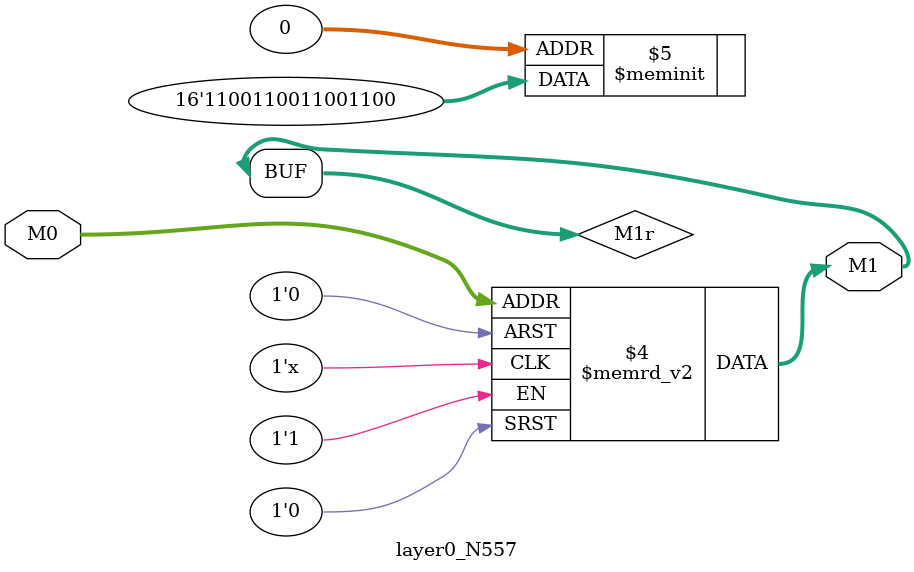
<source format=v>
module layer0_N557 ( input [2:0] M0, output [1:0] M1 );

	(*rom_style = "distributed" *) reg [1:0] M1r;
	assign M1 = M1r;
	always @ (M0) begin
		case (M0)
			3'b000: M1r = 2'b00;
			3'b100: M1r = 2'b00;
			3'b010: M1r = 2'b00;
			3'b110: M1r = 2'b00;
			3'b001: M1r = 2'b11;
			3'b101: M1r = 2'b11;
			3'b011: M1r = 2'b11;
			3'b111: M1r = 2'b11;

		endcase
	end
endmodule

</source>
